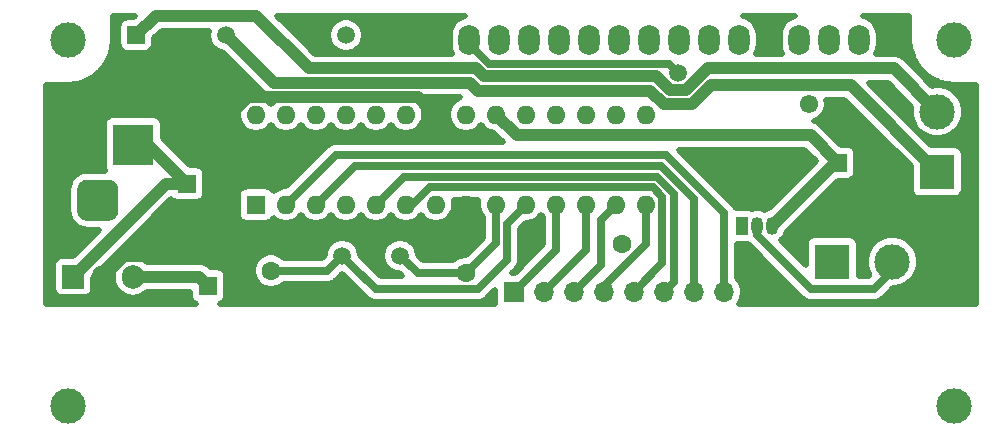
<source format=gbr>
%TF.GenerationSoftware,KiCad,Pcbnew,(5.1.9)-1*%
%TF.CreationDate,2021-03-27T12:54:39-03:00*%
%TF.ProjectId,layout3,6c61796f-7574-4332-9e6b-696361645f70,rev?*%
%TF.SameCoordinates,Original*%
%TF.FileFunction,Copper,L2,Bot*%
%TF.FilePolarity,Positive*%
%FSLAX46Y46*%
G04 Gerber Fmt 4.6, Leading zero omitted, Abs format (unit mm)*
G04 Created by KiCad (PCBNEW (5.1.9)-1) date 2021-03-27 12:54:39*
%MOMM*%
%LPD*%
G01*
G04 APERTURE LIST*
%TA.AperFunction,ComponentPad*%
%ADD10R,3.500000X3.500000*%
%TD*%
%TA.AperFunction,ComponentPad*%
%ADD11R,1.508000X1.508000*%
%TD*%
%TA.AperFunction,ComponentPad*%
%ADD12C,1.508000*%
%TD*%
%TA.AperFunction,ComponentPad*%
%ADD13C,1.600000*%
%TD*%
%TA.AperFunction,ComponentPad*%
%ADD14R,1.600000X1.600000*%
%TD*%
%TA.AperFunction,ComponentPad*%
%ADD15O,1.600000X1.600000*%
%TD*%
%TA.AperFunction,ComponentPad*%
%ADD16R,1.800000X2.600000*%
%TD*%
%TA.AperFunction,ComponentPad*%
%ADD17O,1.800000X2.600000*%
%TD*%
%TA.AperFunction,ComponentPad*%
%ADD18C,3.000000*%
%TD*%
%TA.AperFunction,ComponentPad*%
%ADD19O,1.050000X1.500000*%
%TD*%
%TA.AperFunction,ComponentPad*%
%ADD20R,1.050000X1.500000*%
%TD*%
%TA.AperFunction,ComponentPad*%
%ADD21O,1.700000X1.700000*%
%TD*%
%TA.AperFunction,ComponentPad*%
%ADD22R,1.700000X1.700000*%
%TD*%
%TA.AperFunction,ComponentPad*%
%ADD23R,3.000000X3.000000*%
%TD*%
%TA.AperFunction,ComponentPad*%
%ADD24R,1.905000X2.000000*%
%TD*%
%TA.AperFunction,ComponentPad*%
%ADD25O,1.905000X2.000000*%
%TD*%
%TA.AperFunction,ComponentPad*%
%ADD26C,1.500000*%
%TD*%
%TA.AperFunction,ComponentPad*%
%ADD27C,1.550000*%
%TD*%
%TA.AperFunction,ComponentPad*%
%ADD28R,1.550000X1.550000*%
%TD*%
%TA.AperFunction,ViaPad*%
%ADD29C,1.500000*%
%TD*%
%TA.AperFunction,Conductor*%
%ADD30C,0.700000*%
%TD*%
%TA.AperFunction,Conductor*%
%ADD31C,1.000000*%
%TD*%
%TA.AperFunction,Conductor*%
%ADD32C,0.500000*%
%TD*%
G04 APERTURE END LIST*
D10*
%TO.P,J1,1*%
%TO.N,vcc_12v*%
X83058000Y-75184000D03*
%TO.P,J1,2*%
%TO.N,GND*%
%TA.AperFunction,ComponentPad*%
G36*
G01*
X75558000Y-76184000D02*
X75558000Y-74184000D01*
G75*
G02*
X76308000Y-73434000I750000J0D01*
G01*
X77808000Y-73434000D01*
G75*
G02*
X78558000Y-74184000I0J-750000D01*
G01*
X78558000Y-76184000D01*
G75*
G02*
X77808000Y-76934000I-750000J0D01*
G01*
X76308000Y-76934000D01*
G75*
G02*
X75558000Y-76184000I0J750000D01*
G01*
G37*
%TD.AperFunction*%
%TO.P,J1,3*%
%TO.N,N/C*%
%TA.AperFunction,ComponentPad*%
G36*
G01*
X78308000Y-80759000D02*
X78308000Y-79009000D01*
G75*
G02*
X79183000Y-78134000I875000J0D01*
G01*
X80933000Y-78134000D01*
G75*
G02*
X81808000Y-79009000I0J-875000D01*
G01*
X81808000Y-80759000D01*
G75*
G02*
X80933000Y-81634000I-875000J0D01*
G01*
X79183000Y-81634000D01*
G75*
G02*
X78308000Y-80759000I0J875000D01*
G01*
G37*
%TD.AperFunction*%
%TD*%
D11*
%TO.P,K1,1*%
%TO.N,Net-(J3-Pad2)*%
X83312000Y-65910000D03*
D12*
%TO.P,K1,2*%
%TO.N,Net-(J3-Pad1)*%
X90932000Y-65910000D03*
%TO.P,K1,3*%
%TO.N,Pino_13*%
X101092000Y-65910000D03*
%TO.P,K1,4*%
%TO.N,GND*%
X103632000Y-65910000D03*
%TD*%
D13*
%TO.P,C4,2*%
%TO.N,GND*%
X89408000Y-84622000D03*
D14*
%TO.P,C4,1*%
%TO.N,vcc*%
X89408000Y-87122000D03*
%TD*%
D13*
%TO.P,R1,1*%
%TO.N,Pino_2_int*%
X124460000Y-83566000D03*
D15*
%TO.P,R1,2*%
%TO.N,GND*%
X116840000Y-83566000D03*
%TD*%
D16*
%TO.P,DS1,1*%
%TO.N,GND*%
X147066000Y-66294000D03*
D17*
%TO.P,DS1,2*%
%TO.N,vcc*%
X144526000Y-66294000D03*
%TO.P,DS1,3*%
%TO.N,Net-(DS1-Pad3)*%
X141986000Y-66294000D03*
%TO.P,DS1,4*%
%TO.N,Pino_12*%
X139446000Y-66294000D03*
%TO.P,DS1,5*%
%TO.N,GND*%
X136906000Y-66294000D03*
%TO.P,DS1,6*%
%TO.N,Pino_11*%
X134366000Y-66294000D03*
%TO.P,DS1,7*%
%TO.N,Net-(DS1-Pad7)*%
X131826000Y-66294000D03*
%TO.P,DS1,8*%
%TO.N,Net-(DS1-Pad8)*%
X129286000Y-66294000D03*
%TO.P,DS1,9*%
%TO.N,Net-(DS1-Pad9)*%
X126746000Y-66294000D03*
%TO.P,DS1,10*%
%TO.N,Net-(DS1-Pad10)*%
X124206000Y-66294000D03*
%TO.P,DS1,11*%
%TO.N,Pino_16_A2*%
X121666000Y-66294000D03*
%TO.P,DS1,12*%
%TO.N,Pino_17_A3*%
X119126000Y-66294000D03*
%TO.P,DS1,13*%
%TO.N,Pino_18_A4*%
X116586000Y-66294000D03*
%TO.P,DS1,14*%
%TO.N,Pino_19_A5*%
X114046000Y-66294000D03*
%TO.P,DS1,15*%
%TO.N,LCD_A*%
X111506000Y-66294000D03*
%TO.P,DS1,16*%
%TO.N,GND*%
X108966000Y-66294000D03*
D18*
%TO.P,DS1,*%
%TO.N,*%
X152565100Y-66294000D03*
X152565100Y-97294700D03*
X77566520Y-97294700D03*
X77566000Y-66294000D03*
%TD*%
D19*
%TO.P,Q1,2*%
%TO.N,Net-(J4-Pad2)*%
X135890000Y-82042000D03*
%TO.P,Q1,3*%
%TO.N,vcc*%
X137160000Y-82042000D03*
D20*
%TO.P,Q1,1*%
%TO.N,Pino_2_int*%
X134620000Y-82042000D03*
%TD*%
D21*
%TO.P,J2,8*%
%TO.N,Pino_3*%
X133096000Y-87630000D03*
%TO.P,J2,7*%
%TO.N,Pino_4*%
X130556000Y-87630000D03*
%TO.P,J2,6*%
%TO.N,Pino_5*%
X128016000Y-87630000D03*
%TO.P,J2,5*%
%TO.N,Pino_6*%
X125476000Y-87630000D03*
%TO.P,J2,4*%
%TO.N,Pino_7*%
X122936000Y-87630000D03*
%TO.P,J2,3*%
%TO.N,Pino_8*%
X120396000Y-87630000D03*
%TO.P,J2,2*%
%TO.N,Pino_9*%
X117856000Y-87630000D03*
D22*
%TO.P,J2,1*%
%TO.N,Pino_10*%
X115316000Y-87630000D03*
%TD*%
D23*
%TO.P,J3,1*%
%TO.N,Net-(J3-Pad1)*%
X151130000Y-77470000D03*
D18*
%TO.P,J3,2*%
%TO.N,Net-(J3-Pad2)*%
X151130000Y-72390000D03*
%TD*%
D23*
%TO.P,J4,1*%
%TO.N,vcc_12v*%
X142240000Y-85090000D03*
D18*
%TO.P,J4,2*%
%TO.N,Net-(J4-Pad2)*%
X147320000Y-85090000D03*
%TO.P,J4,3*%
%TO.N,GND*%
X152400000Y-85090000D03*
%TD*%
D24*
%TO.P,U2,1*%
%TO.N,vcc_12v*%
X77978000Y-86360000D03*
D25*
%TO.P,U2,2*%
%TO.N,GND*%
X80518000Y-86360000D03*
%TO.P,U2,3*%
%TO.N,vcc*%
X83058000Y-86360000D03*
%TD*%
D26*
%TO.P,Y1,2*%
%TO.N,Net-(C2-Pad2)*%
X100764000Y-84582000D03*
%TO.P,Y1,1*%
%TO.N,Net-(C1-Pad2)*%
X105664000Y-84582000D03*
%TD*%
D13*
%TO.P,C1,1*%
%TO.N,GND*%
X111252000Y-83566000D03*
%TO.P,C1,2*%
%TO.N,Net-(C1-Pad2)*%
X111252000Y-86066000D03*
%TD*%
%TO.P,C2,2*%
%TO.N,Net-(C2-Pad2)*%
X94742000Y-85852000D03*
%TO.P,C2,1*%
%TO.N,GND*%
X94742000Y-83352000D03*
%TD*%
D14*
%TO.P,C3,1*%
%TO.N,vcc_12v*%
X87630000Y-78486000D03*
D13*
%TO.P,C3,2*%
%TO.N,GND*%
X87630000Y-80986000D03*
%TD*%
D15*
%TO.P,U1,28*%
%TO.N,Pino_19_A5*%
X93472000Y-72644000D03*
%TO.P,U1,14*%
%TO.N,Pino_7*%
X126492000Y-80264000D03*
%TO.P,U1,27*%
%TO.N,Pino_18_A4*%
X96012000Y-72644000D03*
%TO.P,U1,13*%
%TO.N,Pino_8*%
X123952000Y-80264000D03*
%TO.P,U1,26*%
%TO.N,Pino_17_A3*%
X98552000Y-72644000D03*
%TO.P,U1,12*%
%TO.N,Pino_9*%
X121412000Y-80264000D03*
%TO.P,U1,25*%
%TO.N,Pino_16_A2*%
X101092000Y-72644000D03*
%TO.P,U1,11*%
%TO.N,Pino_10*%
X118872000Y-80264000D03*
%TO.P,U1,24*%
%TO.N,Net-(U1-Pad24)*%
X103632000Y-72644000D03*
%TO.P,U1,10*%
%TO.N,Net-(C2-Pad2)*%
X116332000Y-80264000D03*
%TO.P,U1,23*%
%TO.N,Net-(U1-Pad23)*%
X106172000Y-72644000D03*
%TO.P,U1,9*%
%TO.N,Net-(C1-Pad2)*%
X113792000Y-80264000D03*
%TO.P,U1,22*%
%TO.N,GND*%
X108712000Y-72644000D03*
%TO.P,U1,8*%
X111252000Y-80264000D03*
%TO.P,U1,21*%
%TO.N,Net-(U1-Pad21)*%
X111252000Y-72644000D03*
%TO.P,U1,7*%
%TO.N,vcc*%
X108712000Y-80264000D03*
%TO.P,U1,20*%
X113792000Y-72644000D03*
%TO.P,U1,6*%
%TO.N,Pino_6*%
X106172000Y-80264000D03*
%TO.P,U1,19*%
%TO.N,Pino_13*%
X116332000Y-72644000D03*
%TO.P,U1,5*%
%TO.N,Pino_5*%
X103632000Y-80264000D03*
%TO.P,U1,18*%
%TO.N,Pino_12*%
X118872000Y-72644000D03*
%TO.P,U1,4*%
%TO.N,Pino_2_int*%
X101092000Y-80264000D03*
%TO.P,U1,17*%
%TO.N,Pino_11*%
X121412000Y-72644000D03*
%TO.P,U1,3*%
%TO.N,Pino_4*%
X98552000Y-80264000D03*
%TO.P,U1,16*%
%TO.N,LCD_A*%
X123952000Y-72644000D03*
%TO.P,U1,2*%
%TO.N,Pino_3*%
X96012000Y-80264000D03*
%TO.P,U1,15*%
%TO.N,Net-(U1-Pad15)*%
X126492000Y-72644000D03*
D14*
%TO.P,U1,1*%
%TO.N,vcc*%
X93472000Y-80264000D03*
%TD*%
D27*
%TO.P,RV1,3*%
%TO.N,GND*%
X137748000Y-76708000D03*
D28*
%TO.P,RV1,1*%
%TO.N,vcc*%
X142748000Y-76708000D03*
D27*
%TO.P,RV1,2*%
%TO.N,Net-(DS1-Pad3)*%
X140248000Y-71708000D03*
%TD*%
D29*
%TO.N,LCD_A*%
X129184400Y-69088000D03*
%TD*%
D30*
%TO.N,Pino_2_int*%
X124565990Y-83820000D02*
X124565990Y-83566000D01*
%TO.N,Net-(C1-Pad2)*%
X113792000Y-80264000D02*
X113792000Y-83526000D01*
X113792000Y-83526000D02*
X111252000Y-86066000D01*
X107148000Y-86066000D02*
X105664000Y-84582000D01*
X111252000Y-86066000D02*
X107148000Y-86066000D01*
%TO.N,Net-(C2-Pad2)*%
X112217999Y-87426001D02*
X103608001Y-87426001D01*
X114702011Y-81893989D02*
X114702011Y-84941989D01*
X116332000Y-80264000D02*
X114702011Y-81893989D01*
X114702011Y-84941989D02*
X112217999Y-87426001D01*
X103608001Y-87426001D02*
X101513999Y-85331999D01*
X101513999Y-85331999D02*
X100764000Y-84582000D01*
X99494000Y-85852000D02*
X100764000Y-84582000D01*
X94742000Y-85852000D02*
X99494000Y-85852000D01*
D31*
%TO.N,vcc_12v*%
X79248000Y-85090000D02*
X77978000Y-86360000D01*
X83820000Y-74676000D02*
X87630000Y-78486000D01*
X83058000Y-74676000D02*
X83820000Y-74676000D01*
X85852000Y-78486000D02*
X79248000Y-85090000D01*
X87630000Y-78486000D02*
X85852000Y-78486000D01*
%TO.N,vcc*%
X88646000Y-86360000D02*
X89408000Y-87122000D01*
X83058000Y-86360000D02*
X88646000Y-86360000D01*
X142494000Y-76708000D02*
X137160000Y-82042000D01*
X142748000Y-76708000D02*
X142494000Y-76708000D01*
X144526000Y-66802000D02*
X144526000Y-65903103D01*
X142748000Y-76708000D02*
X140411200Y-74371200D01*
X115519200Y-74371200D02*
X113792000Y-72644000D01*
X140411200Y-74371200D02*
X115519200Y-74371200D01*
D30*
%TO.N,Pino_10*%
X118872000Y-84074000D02*
X115316000Y-87630000D01*
X118872000Y-80264000D02*
X118872000Y-84074000D01*
%TO.N,Pino_9*%
X121412000Y-84074000D02*
X117856000Y-87630000D01*
X121412000Y-80264000D02*
X121412000Y-84074000D01*
%TO.N,Pino_8*%
X122682000Y-85344000D02*
X120396000Y-87630000D01*
X122682000Y-81534000D02*
X122682000Y-85344000D01*
X123952000Y-80264000D02*
X122682000Y-81534000D01*
%TO.N,Pino_7*%
X122936000Y-87102802D02*
X122936000Y-87630000D01*
X126492000Y-83546802D02*
X122936000Y-87102802D01*
X126492000Y-80264000D02*
X126492000Y-83546802D01*
%TO.N,Pino_6*%
X106699198Y-80264000D02*
X106172000Y-80264000D01*
X108172398Y-78790800D02*
X106699198Y-80264000D01*
X127031604Y-78790800D02*
X108172398Y-78790800D01*
X127872380Y-79631576D02*
X127031604Y-78790800D01*
X127872380Y-85233620D02*
X127872380Y-79631576D01*
X125476000Y-87630000D02*
X127872380Y-85233620D01*
%TO.N,Pino_5*%
X128865999Y-79338246D02*
X127408542Y-77880789D01*
X106015211Y-77880789D02*
X103632000Y-80264000D01*
X128016000Y-87630000D02*
X128865999Y-86780001D01*
X127408542Y-77880789D02*
X106015211Y-77880789D01*
X128865999Y-86780001D02*
X128865999Y-79338246D01*
%TO.N,Pino_4*%
X101845222Y-76970778D02*
X98552000Y-80264000D01*
X127785480Y-76970778D02*
X101845222Y-76970778D01*
X130556000Y-79741301D02*
X127785480Y-76970778D01*
X130556000Y-87630000D02*
X130556000Y-79741301D01*
%TO.N,Pino_3*%
X133096000Y-80994349D02*
X128162418Y-76060767D01*
X133096000Y-87630000D02*
X133096000Y-80994349D01*
X100215233Y-76060767D02*
X96012000Y-80264000D01*
X128162418Y-76060767D02*
X100215233Y-76060767D01*
D31*
%TO.N,Net-(J3-Pad1)*%
X94945988Y-69923988D02*
X90932000Y-65910000D01*
X112254129Y-70608023D02*
X111570094Y-69923988D01*
X126832408Y-70608023D02*
X112254129Y-70608023D01*
X127982397Y-71758012D02*
X126832408Y-70608023D01*
X151130000Y-77470000D02*
X143797603Y-70137603D01*
X130386403Y-71758012D02*
X127982397Y-71758012D01*
X132006812Y-70137603D02*
X130386403Y-71758012D01*
X111570094Y-69923988D02*
X94945988Y-69923988D01*
X143797603Y-70137603D02*
X132006812Y-70137603D01*
%TO.N,Net-(J3-Pad2)*%
X112071297Y-68713977D02*
X97923977Y-68713977D01*
X93472000Y-64262000D02*
X84960000Y-64262000D01*
X84960000Y-64262000D02*
X83312000Y-65910000D01*
X151130000Y-72390000D02*
X147453977Y-68713977D01*
X147453977Y-68713977D02*
X131719225Y-68713977D01*
X129885201Y-70548001D02*
X128483599Y-70548001D01*
X131719225Y-68713977D02*
X129885201Y-70548001D01*
X127333610Y-69398012D02*
X112755331Y-69398012D01*
X97923977Y-68713977D02*
X93472000Y-64262000D01*
X112755331Y-69398012D02*
X112071297Y-68713977D01*
X128483599Y-70548001D02*
X127333610Y-69398012D01*
D30*
%TO.N,Net-(J4-Pad2)*%
X135890000Y-82804000D02*
X135890000Y-82042000D01*
X140462000Y-87376000D02*
X135890000Y-82804000D01*
X145796000Y-87376000D02*
X140462000Y-87376000D01*
X147320000Y-85852000D02*
X145796000Y-87376000D01*
D31*
%TO.N,GND*%
X111252000Y-80264000D02*
X111506000Y-80264000D01*
X87510000Y-84622000D02*
X89408000Y-84622000D01*
X82256000Y-84622000D02*
X89408000Y-84622000D01*
X80518000Y-86360000D02*
X82256000Y-84622000D01*
X87630000Y-82844000D02*
X89408000Y-84622000D01*
X87630000Y-80986000D02*
X87630000Y-82844000D01*
X111252000Y-80264000D02*
X111252000Y-83566000D01*
X93472000Y-84622000D02*
X94742000Y-83352000D01*
X89408000Y-84622000D02*
X93472000Y-84622000D01*
X103762000Y-66040000D02*
X103632000Y-65910000D01*
X95290000Y-82804000D02*
X94742000Y-83352000D01*
X110490000Y-82804000D02*
X95290000Y-82804000D01*
X111252000Y-83566000D02*
X110490000Y-82804000D01*
X88761370Y-80986000D02*
X89763600Y-79983770D01*
X89763600Y-79983770D02*
X89763600Y-74117598D01*
X107201999Y-71133999D02*
X108712000Y-72644000D01*
X89763600Y-74117598D02*
X92747199Y-71133999D01*
X92747199Y-71133999D02*
X107201999Y-71133999D01*
X88761370Y-80986000D02*
X87630000Y-80986000D01*
D30*
%TO.N,LCD_A*%
X128434401Y-68338001D02*
X129184400Y-69088000D01*
X113194401Y-68338001D02*
X128434401Y-68338001D01*
X111506000Y-66294000D02*
X111506000Y-66649600D01*
X111506000Y-66649600D02*
X113194401Y-68338001D01*
%TD*%
D32*
%TO.N,GND*%
X148780200Y-66332064D02*
X148783596Y-66366550D01*
X148783464Y-66385520D01*
X148784520Y-66396289D01*
X148846701Y-66987897D01*
X148860828Y-67056719D01*
X148873987Y-67125700D01*
X148877114Y-67136059D01*
X149053020Y-67704321D01*
X149080246Y-67769090D01*
X149106553Y-67834202D01*
X149111633Y-67843757D01*
X149394565Y-68367029D01*
X149433845Y-68425263D01*
X149472306Y-68484038D01*
X149479145Y-68492424D01*
X149858327Y-68950776D01*
X149908184Y-69000285D01*
X149957315Y-69050456D01*
X149965653Y-69057354D01*
X150426640Y-69433326D01*
X150485156Y-69472204D01*
X150543104Y-69511881D01*
X150552622Y-69517028D01*
X151077856Y-69796300D01*
X151142821Y-69823076D01*
X151207360Y-69850738D01*
X151217698Y-69853939D01*
X151787175Y-70025874D01*
X151856099Y-70039521D01*
X151924785Y-70054121D01*
X151935547Y-70055252D01*
X152527573Y-70113301D01*
X152527577Y-70113301D01*
X152565135Y-70117000D01*
X154419000Y-70117000D01*
X154419001Y-88633000D01*
X134350121Y-88633000D01*
X134513902Y-88387884D01*
X134634513Y-88096703D01*
X134696000Y-87787586D01*
X134696000Y-87472414D01*
X134634513Y-87163297D01*
X134513902Y-86872116D01*
X134338801Y-86610059D01*
X134196000Y-86467258D01*
X134196000Y-83545628D01*
X135075630Y-83545628D01*
X135108419Y-83585581D01*
X135150399Y-83620033D01*
X139645971Y-88115606D01*
X139680419Y-88157581D01*
X139847916Y-88295042D01*
X140039012Y-88397184D01*
X140246362Y-88460084D01*
X140407964Y-88476000D01*
X140407965Y-88476000D01*
X140461999Y-88481322D01*
X140516033Y-88476000D01*
X145741966Y-88476000D01*
X145796000Y-88481322D01*
X145850034Y-88476000D01*
X145850036Y-88476000D01*
X146011638Y-88460084D01*
X146218988Y-88397184D01*
X146410084Y-88295042D01*
X146577581Y-88157581D01*
X146612033Y-88115601D01*
X147387635Y-87340000D01*
X147541606Y-87340000D01*
X147976301Y-87253534D01*
X148385775Y-87083924D01*
X148754292Y-86837689D01*
X149067689Y-86524292D01*
X149313924Y-86155775D01*
X149483534Y-85746301D01*
X149570000Y-85311606D01*
X149570000Y-84868394D01*
X149483534Y-84433699D01*
X149313924Y-84024225D01*
X149067689Y-83655708D01*
X148754292Y-83342311D01*
X148385775Y-83096076D01*
X147976301Y-82926466D01*
X147541606Y-82840000D01*
X147098394Y-82840000D01*
X146663699Y-82926466D01*
X146254225Y-83096076D01*
X145885708Y-83342311D01*
X145572311Y-83655708D01*
X145326076Y-84024225D01*
X145156466Y-84433699D01*
X145070000Y-84868394D01*
X145070000Y-85311606D01*
X145156466Y-85746301D01*
X145326076Y-86155775D01*
X145379955Y-86236411D01*
X145340366Y-86276000D01*
X144493628Y-86276000D01*
X144493628Y-83590000D01*
X144479147Y-83442974D01*
X144436261Y-83301599D01*
X144366619Y-83171307D01*
X144272895Y-83057105D01*
X144158693Y-82963381D01*
X144028401Y-82893739D01*
X143887026Y-82850853D01*
X143740000Y-82836372D01*
X140740000Y-82836372D01*
X140592974Y-82850853D01*
X140451599Y-82893739D01*
X140321307Y-82963381D01*
X140207105Y-83057105D01*
X140113381Y-83171307D01*
X140043739Y-83301599D01*
X140000853Y-83442974D01*
X139986372Y-83590000D01*
X139986372Y-85344737D01*
X137927862Y-83286227D01*
X138065923Y-83172923D01*
X138225253Y-82978779D01*
X138343646Y-82757281D01*
X138400758Y-82569008D01*
X142733139Y-78236628D01*
X143523000Y-78236628D01*
X143670026Y-78222147D01*
X143811401Y-78179261D01*
X143941693Y-78109619D01*
X144055895Y-78015895D01*
X144149619Y-77901693D01*
X144219261Y-77771401D01*
X144262147Y-77630026D01*
X144276628Y-77483000D01*
X144276628Y-75933000D01*
X144262147Y-75785974D01*
X144219261Y-75644599D01*
X144149619Y-75514307D01*
X144055895Y-75400105D01*
X143941693Y-75306381D01*
X143811401Y-75236739D01*
X143670026Y-75193853D01*
X143523000Y-75179372D01*
X142987139Y-75179372D01*
X141338509Y-73530743D01*
X141299360Y-73483040D01*
X141109023Y-73326834D01*
X140891869Y-73210763D01*
X140726288Y-73160535D01*
X140970358Y-73059438D01*
X141220131Y-72892545D01*
X141432545Y-72680131D01*
X141599438Y-72430358D01*
X141714395Y-72152826D01*
X141773000Y-71858199D01*
X141773000Y-71557801D01*
X141739145Y-71387603D01*
X143279837Y-71387603D01*
X148876372Y-76984139D01*
X148876372Y-78970000D01*
X148890853Y-79117026D01*
X148933739Y-79258401D01*
X149003381Y-79388693D01*
X149097105Y-79502895D01*
X149211307Y-79596619D01*
X149341599Y-79666261D01*
X149482974Y-79709147D01*
X149630000Y-79723628D01*
X152630000Y-79723628D01*
X152777026Y-79709147D01*
X152918401Y-79666261D01*
X153048693Y-79596619D01*
X153162895Y-79502895D01*
X153256619Y-79388693D01*
X153326261Y-79258401D01*
X153369147Y-79117026D01*
X153383628Y-78970000D01*
X153383628Y-75970000D01*
X153369147Y-75822974D01*
X153326261Y-75681599D01*
X153256619Y-75551307D01*
X153162895Y-75437105D01*
X153048693Y-75343381D01*
X152918401Y-75273739D01*
X152777026Y-75230853D01*
X152630000Y-75216372D01*
X150644139Y-75216372D01*
X145391743Y-69963977D01*
X146936211Y-69963977D01*
X148923241Y-71951007D01*
X148880000Y-72168394D01*
X148880000Y-72611606D01*
X148966466Y-73046301D01*
X149136076Y-73455775D01*
X149382311Y-73824292D01*
X149695708Y-74137689D01*
X150064225Y-74383924D01*
X150473699Y-74553534D01*
X150908394Y-74640000D01*
X151351606Y-74640000D01*
X151786301Y-74553534D01*
X152195775Y-74383924D01*
X152564292Y-74137689D01*
X152877689Y-73824292D01*
X153123924Y-73455775D01*
X153293534Y-73046301D01*
X153380000Y-72611606D01*
X153380000Y-72168394D01*
X153293534Y-71733699D01*
X153123924Y-71324225D01*
X152877689Y-70955708D01*
X152564292Y-70642311D01*
X152195775Y-70396076D01*
X151786301Y-70226466D01*
X151351606Y-70140000D01*
X150908394Y-70140000D01*
X150691007Y-70183241D01*
X148381286Y-67873520D01*
X148342137Y-67825817D01*
X148151800Y-67669611D01*
X147934646Y-67553540D01*
X147699020Y-67482064D01*
X147515382Y-67463977D01*
X147515375Y-67463977D01*
X147453977Y-67457930D01*
X147392579Y-67463977D01*
X145985353Y-67463977D01*
X146057777Y-67328483D01*
X146152125Y-67017456D01*
X146176000Y-66775052D01*
X146176000Y-65812949D01*
X146152125Y-65570544D01*
X146057777Y-65259517D01*
X145904562Y-64972874D01*
X145698371Y-64721629D01*
X145447126Y-64515438D01*
X145160483Y-64362223D01*
X144872944Y-64275000D01*
X148780201Y-64275000D01*
X148780200Y-66332064D01*
%TA.AperFunction,Conductor*%
G36*
X148780200Y-66332064D02*
G01*
X148783596Y-66366550D01*
X148783464Y-66385520D01*
X148784520Y-66396289D01*
X148846701Y-66987897D01*
X148860828Y-67056719D01*
X148873987Y-67125700D01*
X148877114Y-67136059D01*
X149053020Y-67704321D01*
X149080246Y-67769090D01*
X149106553Y-67834202D01*
X149111633Y-67843757D01*
X149394565Y-68367029D01*
X149433845Y-68425263D01*
X149472306Y-68484038D01*
X149479145Y-68492424D01*
X149858327Y-68950776D01*
X149908184Y-69000285D01*
X149957315Y-69050456D01*
X149965653Y-69057354D01*
X150426640Y-69433326D01*
X150485156Y-69472204D01*
X150543104Y-69511881D01*
X150552622Y-69517028D01*
X151077856Y-69796300D01*
X151142821Y-69823076D01*
X151207360Y-69850738D01*
X151217698Y-69853939D01*
X151787175Y-70025874D01*
X151856099Y-70039521D01*
X151924785Y-70054121D01*
X151935547Y-70055252D01*
X152527573Y-70113301D01*
X152527577Y-70113301D01*
X152565135Y-70117000D01*
X154419000Y-70117000D01*
X154419001Y-88633000D01*
X134350121Y-88633000D01*
X134513902Y-88387884D01*
X134634513Y-88096703D01*
X134696000Y-87787586D01*
X134696000Y-87472414D01*
X134634513Y-87163297D01*
X134513902Y-86872116D01*
X134338801Y-86610059D01*
X134196000Y-86467258D01*
X134196000Y-83545628D01*
X135075630Y-83545628D01*
X135108419Y-83585581D01*
X135150399Y-83620033D01*
X139645971Y-88115606D01*
X139680419Y-88157581D01*
X139847916Y-88295042D01*
X140039012Y-88397184D01*
X140246362Y-88460084D01*
X140407964Y-88476000D01*
X140407965Y-88476000D01*
X140461999Y-88481322D01*
X140516033Y-88476000D01*
X145741966Y-88476000D01*
X145796000Y-88481322D01*
X145850034Y-88476000D01*
X145850036Y-88476000D01*
X146011638Y-88460084D01*
X146218988Y-88397184D01*
X146410084Y-88295042D01*
X146577581Y-88157581D01*
X146612033Y-88115601D01*
X147387635Y-87340000D01*
X147541606Y-87340000D01*
X147976301Y-87253534D01*
X148385775Y-87083924D01*
X148754292Y-86837689D01*
X149067689Y-86524292D01*
X149313924Y-86155775D01*
X149483534Y-85746301D01*
X149570000Y-85311606D01*
X149570000Y-84868394D01*
X149483534Y-84433699D01*
X149313924Y-84024225D01*
X149067689Y-83655708D01*
X148754292Y-83342311D01*
X148385775Y-83096076D01*
X147976301Y-82926466D01*
X147541606Y-82840000D01*
X147098394Y-82840000D01*
X146663699Y-82926466D01*
X146254225Y-83096076D01*
X145885708Y-83342311D01*
X145572311Y-83655708D01*
X145326076Y-84024225D01*
X145156466Y-84433699D01*
X145070000Y-84868394D01*
X145070000Y-85311606D01*
X145156466Y-85746301D01*
X145326076Y-86155775D01*
X145379955Y-86236411D01*
X145340366Y-86276000D01*
X144493628Y-86276000D01*
X144493628Y-83590000D01*
X144479147Y-83442974D01*
X144436261Y-83301599D01*
X144366619Y-83171307D01*
X144272895Y-83057105D01*
X144158693Y-82963381D01*
X144028401Y-82893739D01*
X143887026Y-82850853D01*
X143740000Y-82836372D01*
X140740000Y-82836372D01*
X140592974Y-82850853D01*
X140451599Y-82893739D01*
X140321307Y-82963381D01*
X140207105Y-83057105D01*
X140113381Y-83171307D01*
X140043739Y-83301599D01*
X140000853Y-83442974D01*
X139986372Y-83590000D01*
X139986372Y-85344737D01*
X137927862Y-83286227D01*
X138065923Y-83172923D01*
X138225253Y-82978779D01*
X138343646Y-82757281D01*
X138400758Y-82569008D01*
X142733139Y-78236628D01*
X143523000Y-78236628D01*
X143670026Y-78222147D01*
X143811401Y-78179261D01*
X143941693Y-78109619D01*
X144055895Y-78015895D01*
X144149619Y-77901693D01*
X144219261Y-77771401D01*
X144262147Y-77630026D01*
X144276628Y-77483000D01*
X144276628Y-75933000D01*
X144262147Y-75785974D01*
X144219261Y-75644599D01*
X144149619Y-75514307D01*
X144055895Y-75400105D01*
X143941693Y-75306381D01*
X143811401Y-75236739D01*
X143670026Y-75193853D01*
X143523000Y-75179372D01*
X142987139Y-75179372D01*
X141338509Y-73530743D01*
X141299360Y-73483040D01*
X141109023Y-73326834D01*
X140891869Y-73210763D01*
X140726288Y-73160535D01*
X140970358Y-73059438D01*
X141220131Y-72892545D01*
X141432545Y-72680131D01*
X141599438Y-72430358D01*
X141714395Y-72152826D01*
X141773000Y-71858199D01*
X141773000Y-71557801D01*
X141739145Y-71387603D01*
X143279837Y-71387603D01*
X148876372Y-76984139D01*
X148876372Y-78970000D01*
X148890853Y-79117026D01*
X148933739Y-79258401D01*
X149003381Y-79388693D01*
X149097105Y-79502895D01*
X149211307Y-79596619D01*
X149341599Y-79666261D01*
X149482974Y-79709147D01*
X149630000Y-79723628D01*
X152630000Y-79723628D01*
X152777026Y-79709147D01*
X152918401Y-79666261D01*
X153048693Y-79596619D01*
X153162895Y-79502895D01*
X153256619Y-79388693D01*
X153326261Y-79258401D01*
X153369147Y-79117026D01*
X153383628Y-78970000D01*
X153383628Y-75970000D01*
X153369147Y-75822974D01*
X153326261Y-75681599D01*
X153256619Y-75551307D01*
X153162895Y-75437105D01*
X153048693Y-75343381D01*
X152918401Y-75273739D01*
X152777026Y-75230853D01*
X152630000Y-75216372D01*
X150644139Y-75216372D01*
X145391743Y-69963977D01*
X146936211Y-69963977D01*
X148923241Y-71951007D01*
X148880000Y-72168394D01*
X148880000Y-72611606D01*
X148966466Y-73046301D01*
X149136076Y-73455775D01*
X149382311Y-73824292D01*
X149695708Y-74137689D01*
X150064225Y-74383924D01*
X150473699Y-74553534D01*
X150908394Y-74640000D01*
X151351606Y-74640000D01*
X151786301Y-74553534D01*
X152195775Y-74383924D01*
X152564292Y-74137689D01*
X152877689Y-73824292D01*
X153123924Y-73455775D01*
X153293534Y-73046301D01*
X153380000Y-72611606D01*
X153380000Y-72168394D01*
X153293534Y-71733699D01*
X153123924Y-71324225D01*
X152877689Y-70955708D01*
X152564292Y-70642311D01*
X152195775Y-70396076D01*
X151786301Y-70226466D01*
X151351606Y-70140000D01*
X150908394Y-70140000D01*
X150691007Y-70183241D01*
X148381286Y-67873520D01*
X148342137Y-67825817D01*
X148151800Y-67669611D01*
X147934646Y-67553540D01*
X147699020Y-67482064D01*
X147515382Y-67463977D01*
X147515375Y-67463977D01*
X147453977Y-67457930D01*
X147392579Y-67463977D01*
X145985353Y-67463977D01*
X146057777Y-67328483D01*
X146152125Y-67017456D01*
X146176000Y-66775052D01*
X146176000Y-65812949D01*
X146152125Y-65570544D01*
X146057777Y-65259517D01*
X145904562Y-64972874D01*
X145698371Y-64721629D01*
X145447126Y-64515438D01*
X145160483Y-64362223D01*
X144872944Y-64275000D01*
X148780201Y-64275000D01*
X148780200Y-66332064D01*
G37*
%TD.AperFunction*%
X83051862Y-64402372D02*
X82558000Y-64402372D01*
X82410974Y-64416853D01*
X82269599Y-64459739D01*
X82139307Y-64529381D01*
X82025105Y-64623105D01*
X81931381Y-64737307D01*
X81861739Y-64867599D01*
X81818853Y-65008974D01*
X81804372Y-65156000D01*
X81804372Y-66664000D01*
X81818853Y-66811026D01*
X81861739Y-66952401D01*
X81931381Y-67082693D01*
X82025105Y-67196895D01*
X82139307Y-67290619D01*
X82269599Y-67360261D01*
X82410974Y-67403147D01*
X82558000Y-67417628D01*
X84066000Y-67417628D01*
X84213026Y-67403147D01*
X84354401Y-67360261D01*
X84484693Y-67290619D01*
X84598895Y-67196895D01*
X84692619Y-67082693D01*
X84762261Y-66952401D01*
X84805147Y-66811026D01*
X84819628Y-66664000D01*
X84819628Y-66170138D01*
X85477767Y-65512000D01*
X89477702Y-65512000D01*
X89428000Y-65761869D01*
X89428000Y-66058131D01*
X89485798Y-66348701D01*
X89599173Y-66622411D01*
X89763767Y-66868744D01*
X89973256Y-67078233D01*
X90219589Y-67242827D01*
X90493299Y-67356202D01*
X90639521Y-67385287D01*
X94018684Y-70764451D01*
X94057828Y-70812148D01*
X94248165Y-70968354D01*
X94465319Y-71084425D01*
X94646104Y-71139265D01*
X94700944Y-71155901D01*
X94726526Y-71158421D01*
X94884583Y-71173988D01*
X94884589Y-71173988D01*
X94945987Y-71180035D01*
X95007385Y-71173988D01*
X95510577Y-71173988D01*
X95277800Y-71270408D01*
X95023932Y-71440036D01*
X94808036Y-71655932D01*
X94742000Y-71754763D01*
X94675964Y-71655932D01*
X94460068Y-71440036D01*
X94206200Y-71270408D01*
X93924118Y-71153565D01*
X93624662Y-71094000D01*
X93319338Y-71094000D01*
X93019882Y-71153565D01*
X92737800Y-71270408D01*
X92483932Y-71440036D01*
X92268036Y-71655932D01*
X92098408Y-71909800D01*
X91981565Y-72191882D01*
X91922000Y-72491338D01*
X91922000Y-72796662D01*
X91981565Y-73096118D01*
X92098408Y-73378200D01*
X92268036Y-73632068D01*
X92483932Y-73847964D01*
X92737800Y-74017592D01*
X93019882Y-74134435D01*
X93319338Y-74194000D01*
X93624662Y-74194000D01*
X93924118Y-74134435D01*
X94206200Y-74017592D01*
X94460068Y-73847964D01*
X94675964Y-73632068D01*
X94742000Y-73533237D01*
X94808036Y-73632068D01*
X95023932Y-73847964D01*
X95277800Y-74017592D01*
X95559882Y-74134435D01*
X95859338Y-74194000D01*
X96164662Y-74194000D01*
X96464118Y-74134435D01*
X96746200Y-74017592D01*
X97000068Y-73847964D01*
X97215964Y-73632068D01*
X97282000Y-73533237D01*
X97348036Y-73632068D01*
X97563932Y-73847964D01*
X97817800Y-74017592D01*
X98099882Y-74134435D01*
X98399338Y-74194000D01*
X98704662Y-74194000D01*
X99004118Y-74134435D01*
X99286200Y-74017592D01*
X99540068Y-73847964D01*
X99755964Y-73632068D01*
X99822000Y-73533237D01*
X99888036Y-73632068D01*
X100103932Y-73847964D01*
X100357800Y-74017592D01*
X100639882Y-74134435D01*
X100939338Y-74194000D01*
X101244662Y-74194000D01*
X101544118Y-74134435D01*
X101826200Y-74017592D01*
X102080068Y-73847964D01*
X102295964Y-73632068D01*
X102362000Y-73533237D01*
X102428036Y-73632068D01*
X102643932Y-73847964D01*
X102897800Y-74017592D01*
X103179882Y-74134435D01*
X103479338Y-74194000D01*
X103784662Y-74194000D01*
X104084118Y-74134435D01*
X104366200Y-74017592D01*
X104620068Y-73847964D01*
X104835964Y-73632068D01*
X104902000Y-73533237D01*
X104968036Y-73632068D01*
X105183932Y-73847964D01*
X105437800Y-74017592D01*
X105719882Y-74134435D01*
X106019338Y-74194000D01*
X106324662Y-74194000D01*
X106624118Y-74134435D01*
X106906200Y-74017592D01*
X107160068Y-73847964D01*
X107375964Y-73632068D01*
X107545592Y-73378200D01*
X107662435Y-73096118D01*
X107722000Y-72796662D01*
X107722000Y-72491338D01*
X107662435Y-72191882D01*
X107545592Y-71909800D01*
X107375964Y-71655932D01*
X107160068Y-71440036D01*
X106906200Y-71270408D01*
X106673423Y-71173988D01*
X110750577Y-71173988D01*
X110517800Y-71270408D01*
X110263932Y-71440036D01*
X110048036Y-71655932D01*
X109878408Y-71909800D01*
X109761565Y-72191882D01*
X109702000Y-72491338D01*
X109702000Y-72796662D01*
X109761565Y-73096118D01*
X109878408Y-73378200D01*
X110048036Y-73632068D01*
X110263932Y-73847964D01*
X110517800Y-74017592D01*
X110799882Y-74134435D01*
X111099338Y-74194000D01*
X111404662Y-74194000D01*
X111704118Y-74134435D01*
X111986200Y-74017592D01*
X112240068Y-73847964D01*
X112455964Y-73632068D01*
X112522000Y-73533237D01*
X112588036Y-73632068D01*
X112803932Y-73847964D01*
X113057800Y-74017592D01*
X113339882Y-74134435D01*
X113558068Y-74177835D01*
X114341000Y-74960767D01*
X100269266Y-74960767D01*
X100215232Y-74955445D01*
X100161198Y-74960767D01*
X100161197Y-74960767D01*
X99999595Y-74976683D01*
X99792245Y-75039583D01*
X99737168Y-75069022D01*
X99601148Y-75141725D01*
X99537631Y-75193853D01*
X99433652Y-75279186D01*
X99399204Y-75321161D01*
X96006366Y-78714000D01*
X95859338Y-78714000D01*
X95559882Y-78773565D01*
X95277800Y-78890408D01*
X95023932Y-79060036D01*
X94947399Y-79136569D01*
X94898619Y-79045307D01*
X94804895Y-78931105D01*
X94690693Y-78837381D01*
X94560401Y-78767739D01*
X94419026Y-78724853D01*
X94272000Y-78710372D01*
X92672000Y-78710372D01*
X92524974Y-78724853D01*
X92383599Y-78767739D01*
X92253307Y-78837381D01*
X92139105Y-78931105D01*
X92045381Y-79045307D01*
X91975739Y-79175599D01*
X91932853Y-79316974D01*
X91918372Y-79464000D01*
X91918372Y-81064000D01*
X91932853Y-81211026D01*
X91975739Y-81352401D01*
X92045381Y-81482693D01*
X92139105Y-81596895D01*
X92253307Y-81690619D01*
X92383599Y-81760261D01*
X92524974Y-81803147D01*
X92672000Y-81817628D01*
X94272000Y-81817628D01*
X94419026Y-81803147D01*
X94560401Y-81760261D01*
X94690693Y-81690619D01*
X94804895Y-81596895D01*
X94898619Y-81482693D01*
X94947399Y-81391431D01*
X95023932Y-81467964D01*
X95277800Y-81637592D01*
X95559882Y-81754435D01*
X95859338Y-81814000D01*
X96164662Y-81814000D01*
X96464118Y-81754435D01*
X96746200Y-81637592D01*
X97000068Y-81467964D01*
X97215964Y-81252068D01*
X97282000Y-81153237D01*
X97348036Y-81252068D01*
X97563932Y-81467964D01*
X97817800Y-81637592D01*
X98099882Y-81754435D01*
X98399338Y-81814000D01*
X98704662Y-81814000D01*
X99004118Y-81754435D01*
X99286200Y-81637592D01*
X99540068Y-81467964D01*
X99755964Y-81252068D01*
X99822000Y-81153237D01*
X99888036Y-81252068D01*
X100103932Y-81467964D01*
X100357800Y-81637592D01*
X100639882Y-81754435D01*
X100939338Y-81814000D01*
X101244662Y-81814000D01*
X101544118Y-81754435D01*
X101826200Y-81637592D01*
X102080068Y-81467964D01*
X102295964Y-81252068D01*
X102362000Y-81153237D01*
X102428036Y-81252068D01*
X102643932Y-81467964D01*
X102897800Y-81637592D01*
X103179882Y-81754435D01*
X103479338Y-81814000D01*
X103784662Y-81814000D01*
X104084118Y-81754435D01*
X104366200Y-81637592D01*
X104620068Y-81467964D01*
X104835964Y-81252068D01*
X104902000Y-81153237D01*
X104968036Y-81252068D01*
X105183932Y-81467964D01*
X105437800Y-81637592D01*
X105719882Y-81754435D01*
X106019338Y-81814000D01*
X106324662Y-81814000D01*
X106624118Y-81754435D01*
X106906200Y-81637592D01*
X107160068Y-81467964D01*
X107375964Y-81252068D01*
X107442000Y-81153237D01*
X107508036Y-81252068D01*
X107723932Y-81467964D01*
X107977800Y-81637592D01*
X108259882Y-81754435D01*
X108559338Y-81814000D01*
X108864662Y-81814000D01*
X109164118Y-81754435D01*
X109446200Y-81637592D01*
X109700068Y-81467964D01*
X109915964Y-81252068D01*
X110085592Y-80998200D01*
X110202435Y-80716118D01*
X110262000Y-80416662D01*
X110262000Y-80111338D01*
X110218133Y-79890800D01*
X112285867Y-79890800D01*
X112242000Y-80111338D01*
X112242000Y-80416662D01*
X112301565Y-80716118D01*
X112418408Y-80998200D01*
X112588036Y-81252068D01*
X112692000Y-81356032D01*
X112692001Y-83070364D01*
X111246366Y-84516000D01*
X111099338Y-84516000D01*
X110799882Y-84575565D01*
X110517800Y-84692408D01*
X110263932Y-84862036D01*
X110159968Y-84966000D01*
X107603635Y-84966000D01*
X107164000Y-84526366D01*
X107164000Y-84434263D01*
X107106356Y-84144466D01*
X106993283Y-83871483D01*
X106829126Y-83625806D01*
X106620194Y-83416874D01*
X106374517Y-83252717D01*
X106101534Y-83139644D01*
X105811737Y-83082000D01*
X105516263Y-83082000D01*
X105226466Y-83139644D01*
X104953483Y-83252717D01*
X104707806Y-83416874D01*
X104498874Y-83625806D01*
X104334717Y-83871483D01*
X104221644Y-84144466D01*
X104164000Y-84434263D01*
X104164000Y-84729737D01*
X104221644Y-85019534D01*
X104334717Y-85292517D01*
X104498874Y-85538194D01*
X104707806Y-85747126D01*
X104953483Y-85911283D01*
X105226466Y-86024356D01*
X105516263Y-86082000D01*
X105608366Y-86082000D01*
X105852366Y-86326001D01*
X104063636Y-86326001D01*
X102330029Y-84592395D01*
X102330025Y-84592390D01*
X102264000Y-84526365D01*
X102264000Y-84434263D01*
X102206356Y-84144466D01*
X102093283Y-83871483D01*
X101929126Y-83625806D01*
X101720194Y-83416874D01*
X101474517Y-83252717D01*
X101201534Y-83139644D01*
X100911737Y-83082000D01*
X100616263Y-83082000D01*
X100326466Y-83139644D01*
X100053483Y-83252717D01*
X99807806Y-83416874D01*
X99598874Y-83625806D01*
X99434717Y-83871483D01*
X99321644Y-84144466D01*
X99264000Y-84434263D01*
X99264000Y-84526366D01*
X99038366Y-84752000D01*
X95834032Y-84752000D01*
X95730068Y-84648036D01*
X95476200Y-84478408D01*
X95194118Y-84361565D01*
X94894662Y-84302000D01*
X94589338Y-84302000D01*
X94289882Y-84361565D01*
X94007800Y-84478408D01*
X93753932Y-84648036D01*
X93538036Y-84863932D01*
X93368408Y-85117800D01*
X93251565Y-85399882D01*
X93192000Y-85699338D01*
X93192000Y-86004662D01*
X93251565Y-86304118D01*
X93368408Y-86586200D01*
X93538036Y-86840068D01*
X93753932Y-87055964D01*
X94007800Y-87225592D01*
X94289882Y-87342435D01*
X94589338Y-87402000D01*
X94894662Y-87402000D01*
X95194118Y-87342435D01*
X95476200Y-87225592D01*
X95730068Y-87055964D01*
X95834032Y-86952000D01*
X99439966Y-86952000D01*
X99494000Y-86957322D01*
X99548034Y-86952000D01*
X99548036Y-86952000D01*
X99709638Y-86936084D01*
X99916988Y-86873184D01*
X100108084Y-86771042D01*
X100275581Y-86633581D01*
X100310033Y-86591601D01*
X100764000Y-86137635D01*
X100774390Y-86148025D01*
X100774395Y-86148029D01*
X102791972Y-88165607D01*
X102826420Y-88207582D01*
X102870898Y-88244084D01*
X102993916Y-88345043D01*
X103084056Y-88393223D01*
X103185013Y-88447185D01*
X103392363Y-88510085D01*
X103553965Y-88526001D01*
X103553966Y-88526001D01*
X103608000Y-88531323D01*
X103662034Y-88526001D01*
X112163965Y-88526001D01*
X112217999Y-88531323D01*
X112272033Y-88526001D01*
X112272035Y-88526001D01*
X112433637Y-88510085D01*
X112640987Y-88447185D01*
X112832083Y-88345043D01*
X112999580Y-88207582D01*
X113034032Y-88165602D01*
X113712372Y-87487262D01*
X113712372Y-88480000D01*
X113726853Y-88627026D01*
X113728665Y-88633000D01*
X90447813Y-88633000D01*
X90496401Y-88618261D01*
X90626693Y-88548619D01*
X90740895Y-88454895D01*
X90834619Y-88340693D01*
X90904261Y-88210401D01*
X90947147Y-88069026D01*
X90961628Y-87922000D01*
X90961628Y-86322000D01*
X90947147Y-86174974D01*
X90904261Y-86033599D01*
X90834619Y-85903307D01*
X90740895Y-85789105D01*
X90626693Y-85695381D01*
X90496401Y-85625739D01*
X90355026Y-85582853D01*
X90208000Y-85568372D01*
X89622138Y-85568372D01*
X89573309Y-85519543D01*
X89534160Y-85471840D01*
X89343823Y-85315634D01*
X89126669Y-85199563D01*
X88891043Y-85128087D01*
X88707405Y-85110000D01*
X88707398Y-85110000D01*
X88646000Y-85103953D01*
X88584602Y-85110000D01*
X84273562Y-85110000D01*
X84267674Y-85102826D01*
X84008434Y-84890074D01*
X83712670Y-84731985D01*
X83391747Y-84634634D01*
X83058000Y-84601763D01*
X82724252Y-84634634D01*
X82403329Y-84731985D01*
X82107565Y-84890074D01*
X81848326Y-85102826D01*
X81635574Y-85362066D01*
X81477485Y-85657830D01*
X81380134Y-85978753D01*
X81355500Y-86228869D01*
X81355500Y-86491132D01*
X81380134Y-86741248D01*
X81477485Y-87062171D01*
X81635574Y-87357935D01*
X81848326Y-87617174D01*
X82107566Y-87829926D01*
X82403330Y-87988015D01*
X82724253Y-88085366D01*
X83058000Y-88118237D01*
X83391748Y-88085366D01*
X83712671Y-87988015D01*
X84008435Y-87829926D01*
X84267674Y-87617174D01*
X84273562Y-87610000D01*
X87854372Y-87610000D01*
X87854372Y-87922000D01*
X87868853Y-88069026D01*
X87911739Y-88210401D01*
X87981381Y-88340693D01*
X88075105Y-88454895D01*
X88189307Y-88548619D01*
X88319599Y-88618261D01*
X88368187Y-88633000D01*
X75705000Y-88633000D01*
X75705000Y-85360000D01*
X76271872Y-85360000D01*
X76271872Y-87360000D01*
X76286353Y-87507026D01*
X76329239Y-87648401D01*
X76398881Y-87778693D01*
X76492605Y-87892895D01*
X76606807Y-87986619D01*
X76737099Y-88056261D01*
X76878474Y-88099147D01*
X77025500Y-88113628D01*
X78930500Y-88113628D01*
X79077526Y-88099147D01*
X79218901Y-88056261D01*
X79349193Y-87986619D01*
X79463395Y-87892895D01*
X79557119Y-87778693D01*
X79626761Y-87648401D01*
X79669647Y-87507026D01*
X79684128Y-87360000D01*
X79684128Y-86421639D01*
X80175303Y-85930464D01*
X80175308Y-85930458D01*
X86292492Y-79813275D01*
X86297105Y-79818895D01*
X86411307Y-79912619D01*
X86541599Y-79982261D01*
X86682974Y-80025147D01*
X86830000Y-80039628D01*
X88430000Y-80039628D01*
X88577026Y-80025147D01*
X88718401Y-79982261D01*
X88848693Y-79912619D01*
X88962895Y-79818895D01*
X89056619Y-79704693D01*
X89126261Y-79574401D01*
X89169147Y-79433026D01*
X89183628Y-79286000D01*
X89183628Y-77686000D01*
X89169147Y-77538974D01*
X89126261Y-77397599D01*
X89056619Y-77267307D01*
X88962895Y-77153105D01*
X88848693Y-77059381D01*
X88718401Y-76989739D01*
X88577026Y-76946853D01*
X88430000Y-76932372D01*
X87844139Y-76932372D01*
X85561628Y-74649862D01*
X85561628Y-73434000D01*
X85547147Y-73286974D01*
X85504261Y-73145599D01*
X85434619Y-73015307D01*
X85340895Y-72901105D01*
X85226693Y-72807381D01*
X85096401Y-72737739D01*
X84955026Y-72694853D01*
X84808000Y-72680372D01*
X81308000Y-72680372D01*
X81160974Y-72694853D01*
X81019599Y-72737739D01*
X80889307Y-72807381D01*
X80775105Y-72901105D01*
X80681381Y-73015307D01*
X80611739Y-73145599D01*
X80568853Y-73286974D01*
X80554372Y-73434000D01*
X80554372Y-76934000D01*
X80568853Y-77081026D01*
X80611739Y-77222401D01*
X80681381Y-77352693D01*
X80704097Y-77380372D01*
X79183000Y-77380372D01*
X78865270Y-77411666D01*
X78559751Y-77504344D01*
X78278183Y-77654845D01*
X78031386Y-77857386D01*
X77828845Y-78104183D01*
X77678344Y-78385751D01*
X77585666Y-78691270D01*
X77554372Y-79009000D01*
X77554372Y-80759000D01*
X77585666Y-81076730D01*
X77678344Y-81382249D01*
X77828845Y-81663817D01*
X78031386Y-81910614D01*
X78278183Y-82113155D01*
X78559751Y-82263656D01*
X78865270Y-82356334D01*
X79183000Y-82387628D01*
X80182606Y-82387628D01*
X78407542Y-84162692D01*
X78407536Y-84162697D01*
X77963861Y-84606372D01*
X77025500Y-84606372D01*
X76878474Y-84620853D01*
X76737099Y-84663739D01*
X76606807Y-84733381D01*
X76492605Y-84827105D01*
X76398881Y-84941307D01*
X76329239Y-85071599D01*
X76286353Y-85212974D01*
X76271872Y-85360000D01*
X75705000Y-85360000D01*
X75705000Y-70117000D01*
X77558865Y-70117000D01*
X77593351Y-70113604D01*
X77612320Y-70113736D01*
X77623089Y-70112680D01*
X78214697Y-70050499D01*
X78283519Y-70036372D01*
X78352500Y-70023213D01*
X78362859Y-70020086D01*
X78931121Y-69844180D01*
X78995890Y-69816954D01*
X79061002Y-69790647D01*
X79070557Y-69785567D01*
X79593829Y-69502635D01*
X79652063Y-69463355D01*
X79710838Y-69424894D01*
X79719224Y-69418055D01*
X80177576Y-69038873D01*
X80227085Y-68989016D01*
X80277256Y-68939885D01*
X80284154Y-68931547D01*
X80660126Y-68470560D01*
X80699004Y-68412044D01*
X80738681Y-68354096D01*
X80743828Y-68344578D01*
X81023100Y-67819344D01*
X81049876Y-67754379D01*
X81077538Y-67689840D01*
X81080739Y-67679502D01*
X81252674Y-67110025D01*
X81266321Y-67041101D01*
X81280921Y-66972415D01*
X81282052Y-66961653D01*
X81340101Y-66369627D01*
X81340101Y-66369623D01*
X81343800Y-66332065D01*
X81343800Y-64275000D01*
X83179234Y-64275000D01*
X83051862Y-64402372D01*
%TA.AperFunction,Conductor*%
G36*
X83051862Y-64402372D02*
G01*
X82558000Y-64402372D01*
X82410974Y-64416853D01*
X82269599Y-64459739D01*
X82139307Y-64529381D01*
X82025105Y-64623105D01*
X81931381Y-64737307D01*
X81861739Y-64867599D01*
X81818853Y-65008974D01*
X81804372Y-65156000D01*
X81804372Y-66664000D01*
X81818853Y-66811026D01*
X81861739Y-66952401D01*
X81931381Y-67082693D01*
X82025105Y-67196895D01*
X82139307Y-67290619D01*
X82269599Y-67360261D01*
X82410974Y-67403147D01*
X82558000Y-67417628D01*
X84066000Y-67417628D01*
X84213026Y-67403147D01*
X84354401Y-67360261D01*
X84484693Y-67290619D01*
X84598895Y-67196895D01*
X84692619Y-67082693D01*
X84762261Y-66952401D01*
X84805147Y-66811026D01*
X84819628Y-66664000D01*
X84819628Y-66170138D01*
X85477767Y-65512000D01*
X89477702Y-65512000D01*
X89428000Y-65761869D01*
X89428000Y-66058131D01*
X89485798Y-66348701D01*
X89599173Y-66622411D01*
X89763767Y-66868744D01*
X89973256Y-67078233D01*
X90219589Y-67242827D01*
X90493299Y-67356202D01*
X90639521Y-67385287D01*
X94018684Y-70764451D01*
X94057828Y-70812148D01*
X94248165Y-70968354D01*
X94465319Y-71084425D01*
X94646104Y-71139265D01*
X94700944Y-71155901D01*
X94726526Y-71158421D01*
X94884583Y-71173988D01*
X94884589Y-71173988D01*
X94945987Y-71180035D01*
X95007385Y-71173988D01*
X95510577Y-71173988D01*
X95277800Y-71270408D01*
X95023932Y-71440036D01*
X94808036Y-71655932D01*
X94742000Y-71754763D01*
X94675964Y-71655932D01*
X94460068Y-71440036D01*
X94206200Y-71270408D01*
X93924118Y-71153565D01*
X93624662Y-71094000D01*
X93319338Y-71094000D01*
X93019882Y-71153565D01*
X92737800Y-71270408D01*
X92483932Y-71440036D01*
X92268036Y-71655932D01*
X92098408Y-71909800D01*
X91981565Y-72191882D01*
X91922000Y-72491338D01*
X91922000Y-72796662D01*
X91981565Y-73096118D01*
X92098408Y-73378200D01*
X92268036Y-73632068D01*
X92483932Y-73847964D01*
X92737800Y-74017592D01*
X93019882Y-74134435D01*
X93319338Y-74194000D01*
X93624662Y-74194000D01*
X93924118Y-74134435D01*
X94206200Y-74017592D01*
X94460068Y-73847964D01*
X94675964Y-73632068D01*
X94742000Y-73533237D01*
X94808036Y-73632068D01*
X95023932Y-73847964D01*
X95277800Y-74017592D01*
X95559882Y-74134435D01*
X95859338Y-74194000D01*
X96164662Y-74194000D01*
X96464118Y-74134435D01*
X96746200Y-74017592D01*
X97000068Y-73847964D01*
X97215964Y-73632068D01*
X97282000Y-73533237D01*
X97348036Y-73632068D01*
X97563932Y-73847964D01*
X97817800Y-74017592D01*
X98099882Y-74134435D01*
X98399338Y-74194000D01*
X98704662Y-74194000D01*
X99004118Y-74134435D01*
X99286200Y-74017592D01*
X99540068Y-73847964D01*
X99755964Y-73632068D01*
X99822000Y-73533237D01*
X99888036Y-73632068D01*
X100103932Y-73847964D01*
X100357800Y-74017592D01*
X100639882Y-74134435D01*
X100939338Y-74194000D01*
X101244662Y-74194000D01*
X101544118Y-74134435D01*
X101826200Y-74017592D01*
X102080068Y-73847964D01*
X102295964Y-73632068D01*
X102362000Y-73533237D01*
X102428036Y-73632068D01*
X102643932Y-73847964D01*
X102897800Y-74017592D01*
X103179882Y-74134435D01*
X103479338Y-74194000D01*
X103784662Y-74194000D01*
X104084118Y-74134435D01*
X104366200Y-74017592D01*
X104620068Y-73847964D01*
X104835964Y-73632068D01*
X104902000Y-73533237D01*
X104968036Y-73632068D01*
X105183932Y-73847964D01*
X105437800Y-74017592D01*
X105719882Y-74134435D01*
X106019338Y-74194000D01*
X106324662Y-74194000D01*
X106624118Y-74134435D01*
X106906200Y-74017592D01*
X107160068Y-73847964D01*
X107375964Y-73632068D01*
X107545592Y-73378200D01*
X107662435Y-73096118D01*
X107722000Y-72796662D01*
X107722000Y-72491338D01*
X107662435Y-72191882D01*
X107545592Y-71909800D01*
X107375964Y-71655932D01*
X107160068Y-71440036D01*
X106906200Y-71270408D01*
X106673423Y-71173988D01*
X110750577Y-71173988D01*
X110517800Y-71270408D01*
X110263932Y-71440036D01*
X110048036Y-71655932D01*
X109878408Y-71909800D01*
X109761565Y-72191882D01*
X109702000Y-72491338D01*
X109702000Y-72796662D01*
X109761565Y-73096118D01*
X109878408Y-73378200D01*
X110048036Y-73632068D01*
X110263932Y-73847964D01*
X110517800Y-74017592D01*
X110799882Y-74134435D01*
X111099338Y-74194000D01*
X111404662Y-74194000D01*
X111704118Y-74134435D01*
X111986200Y-74017592D01*
X112240068Y-73847964D01*
X112455964Y-73632068D01*
X112522000Y-73533237D01*
X112588036Y-73632068D01*
X112803932Y-73847964D01*
X113057800Y-74017592D01*
X113339882Y-74134435D01*
X113558068Y-74177835D01*
X114341000Y-74960767D01*
X100269266Y-74960767D01*
X100215232Y-74955445D01*
X100161198Y-74960767D01*
X100161197Y-74960767D01*
X99999595Y-74976683D01*
X99792245Y-75039583D01*
X99737168Y-75069022D01*
X99601148Y-75141725D01*
X99537631Y-75193853D01*
X99433652Y-75279186D01*
X99399204Y-75321161D01*
X96006366Y-78714000D01*
X95859338Y-78714000D01*
X95559882Y-78773565D01*
X95277800Y-78890408D01*
X95023932Y-79060036D01*
X94947399Y-79136569D01*
X94898619Y-79045307D01*
X94804895Y-78931105D01*
X94690693Y-78837381D01*
X94560401Y-78767739D01*
X94419026Y-78724853D01*
X94272000Y-78710372D01*
X92672000Y-78710372D01*
X92524974Y-78724853D01*
X92383599Y-78767739D01*
X92253307Y-78837381D01*
X92139105Y-78931105D01*
X92045381Y-79045307D01*
X91975739Y-79175599D01*
X91932853Y-79316974D01*
X91918372Y-79464000D01*
X91918372Y-81064000D01*
X91932853Y-81211026D01*
X91975739Y-81352401D01*
X92045381Y-81482693D01*
X92139105Y-81596895D01*
X92253307Y-81690619D01*
X92383599Y-81760261D01*
X92524974Y-81803147D01*
X92672000Y-81817628D01*
X94272000Y-81817628D01*
X94419026Y-81803147D01*
X94560401Y-81760261D01*
X94690693Y-81690619D01*
X94804895Y-81596895D01*
X94898619Y-81482693D01*
X94947399Y-81391431D01*
X95023932Y-81467964D01*
X95277800Y-81637592D01*
X95559882Y-81754435D01*
X95859338Y-81814000D01*
X96164662Y-81814000D01*
X96464118Y-81754435D01*
X96746200Y-81637592D01*
X97000068Y-81467964D01*
X97215964Y-81252068D01*
X97282000Y-81153237D01*
X97348036Y-81252068D01*
X97563932Y-81467964D01*
X97817800Y-81637592D01*
X98099882Y-81754435D01*
X98399338Y-81814000D01*
X98704662Y-81814000D01*
X99004118Y-81754435D01*
X99286200Y-81637592D01*
X99540068Y-81467964D01*
X99755964Y-81252068D01*
X99822000Y-81153237D01*
X99888036Y-81252068D01*
X100103932Y-81467964D01*
X100357800Y-81637592D01*
X100639882Y-81754435D01*
X100939338Y-81814000D01*
X101244662Y-81814000D01*
X101544118Y-81754435D01*
X101826200Y-81637592D01*
X102080068Y-81467964D01*
X102295964Y-81252068D01*
X102362000Y-81153237D01*
X102428036Y-81252068D01*
X102643932Y-81467964D01*
X102897800Y-81637592D01*
X103179882Y-81754435D01*
X103479338Y-81814000D01*
X103784662Y-81814000D01*
X104084118Y-81754435D01*
X104366200Y-81637592D01*
X104620068Y-81467964D01*
X104835964Y-81252068D01*
X104902000Y-81153237D01*
X104968036Y-81252068D01*
X105183932Y-81467964D01*
X105437800Y-81637592D01*
X105719882Y-81754435D01*
X106019338Y-81814000D01*
X106324662Y-81814000D01*
X106624118Y-81754435D01*
X106906200Y-81637592D01*
X107160068Y-81467964D01*
X107375964Y-81252068D01*
X107442000Y-81153237D01*
X107508036Y-81252068D01*
X107723932Y-81467964D01*
X107977800Y-81637592D01*
X108259882Y-81754435D01*
X108559338Y-81814000D01*
X108864662Y-81814000D01*
X109164118Y-81754435D01*
X109446200Y-81637592D01*
X109700068Y-81467964D01*
X109915964Y-81252068D01*
X110085592Y-80998200D01*
X110202435Y-80716118D01*
X110262000Y-80416662D01*
X110262000Y-80111338D01*
X110218133Y-79890800D01*
X112285867Y-79890800D01*
X112242000Y-80111338D01*
X112242000Y-80416662D01*
X112301565Y-80716118D01*
X112418408Y-80998200D01*
X112588036Y-81252068D01*
X112692000Y-81356032D01*
X112692001Y-83070364D01*
X111246366Y-84516000D01*
X111099338Y-84516000D01*
X110799882Y-84575565D01*
X110517800Y-84692408D01*
X110263932Y-84862036D01*
X110159968Y-84966000D01*
X107603635Y-84966000D01*
X107164000Y-84526366D01*
X107164000Y-84434263D01*
X107106356Y-84144466D01*
X106993283Y-83871483D01*
X106829126Y-83625806D01*
X106620194Y-83416874D01*
X106374517Y-83252717D01*
X106101534Y-83139644D01*
X105811737Y-83082000D01*
X105516263Y-83082000D01*
X105226466Y-83139644D01*
X104953483Y-83252717D01*
X104707806Y-83416874D01*
X104498874Y-83625806D01*
X104334717Y-83871483D01*
X104221644Y-84144466D01*
X104164000Y-84434263D01*
X104164000Y-84729737D01*
X104221644Y-85019534D01*
X104334717Y-85292517D01*
X104498874Y-85538194D01*
X104707806Y-85747126D01*
X104953483Y-85911283D01*
X105226466Y-86024356D01*
X105516263Y-86082000D01*
X105608366Y-86082000D01*
X105852366Y-86326001D01*
X104063636Y-86326001D01*
X102330029Y-84592395D01*
X102330025Y-84592390D01*
X102264000Y-84526365D01*
X102264000Y-84434263D01*
X102206356Y-84144466D01*
X102093283Y-83871483D01*
X101929126Y-83625806D01*
X101720194Y-83416874D01*
X101474517Y-83252717D01*
X101201534Y-83139644D01*
X100911737Y-83082000D01*
X100616263Y-83082000D01*
X100326466Y-83139644D01*
X100053483Y-83252717D01*
X99807806Y-83416874D01*
X99598874Y-83625806D01*
X99434717Y-83871483D01*
X99321644Y-84144466D01*
X99264000Y-84434263D01*
X99264000Y-84526366D01*
X99038366Y-84752000D01*
X95834032Y-84752000D01*
X95730068Y-84648036D01*
X95476200Y-84478408D01*
X95194118Y-84361565D01*
X94894662Y-84302000D01*
X94589338Y-84302000D01*
X94289882Y-84361565D01*
X94007800Y-84478408D01*
X93753932Y-84648036D01*
X93538036Y-84863932D01*
X93368408Y-85117800D01*
X93251565Y-85399882D01*
X93192000Y-85699338D01*
X93192000Y-86004662D01*
X93251565Y-86304118D01*
X93368408Y-86586200D01*
X93538036Y-86840068D01*
X93753932Y-87055964D01*
X94007800Y-87225592D01*
X94289882Y-87342435D01*
X94589338Y-87402000D01*
X94894662Y-87402000D01*
X95194118Y-87342435D01*
X95476200Y-87225592D01*
X95730068Y-87055964D01*
X95834032Y-86952000D01*
X99439966Y-86952000D01*
X99494000Y-86957322D01*
X99548034Y-86952000D01*
X99548036Y-86952000D01*
X99709638Y-86936084D01*
X99916988Y-86873184D01*
X100108084Y-86771042D01*
X100275581Y-86633581D01*
X100310033Y-86591601D01*
X100764000Y-86137635D01*
X100774390Y-86148025D01*
X100774395Y-86148029D01*
X102791972Y-88165607D01*
X102826420Y-88207582D01*
X102870898Y-88244084D01*
X102993916Y-88345043D01*
X103084056Y-88393223D01*
X103185013Y-88447185D01*
X103392363Y-88510085D01*
X103553965Y-88526001D01*
X103553966Y-88526001D01*
X103608000Y-88531323D01*
X103662034Y-88526001D01*
X112163965Y-88526001D01*
X112217999Y-88531323D01*
X112272033Y-88526001D01*
X112272035Y-88526001D01*
X112433637Y-88510085D01*
X112640987Y-88447185D01*
X112832083Y-88345043D01*
X112999580Y-88207582D01*
X113034032Y-88165602D01*
X113712372Y-87487262D01*
X113712372Y-88480000D01*
X113726853Y-88627026D01*
X113728665Y-88633000D01*
X90447813Y-88633000D01*
X90496401Y-88618261D01*
X90626693Y-88548619D01*
X90740895Y-88454895D01*
X90834619Y-88340693D01*
X90904261Y-88210401D01*
X90947147Y-88069026D01*
X90961628Y-87922000D01*
X90961628Y-86322000D01*
X90947147Y-86174974D01*
X90904261Y-86033599D01*
X90834619Y-85903307D01*
X90740895Y-85789105D01*
X90626693Y-85695381D01*
X90496401Y-85625739D01*
X90355026Y-85582853D01*
X90208000Y-85568372D01*
X89622138Y-85568372D01*
X89573309Y-85519543D01*
X89534160Y-85471840D01*
X89343823Y-85315634D01*
X89126669Y-85199563D01*
X88891043Y-85128087D01*
X88707405Y-85110000D01*
X88707398Y-85110000D01*
X88646000Y-85103953D01*
X88584602Y-85110000D01*
X84273562Y-85110000D01*
X84267674Y-85102826D01*
X84008434Y-84890074D01*
X83712670Y-84731985D01*
X83391747Y-84634634D01*
X83058000Y-84601763D01*
X82724252Y-84634634D01*
X82403329Y-84731985D01*
X82107565Y-84890074D01*
X81848326Y-85102826D01*
X81635574Y-85362066D01*
X81477485Y-85657830D01*
X81380134Y-85978753D01*
X81355500Y-86228869D01*
X81355500Y-86491132D01*
X81380134Y-86741248D01*
X81477485Y-87062171D01*
X81635574Y-87357935D01*
X81848326Y-87617174D01*
X82107566Y-87829926D01*
X82403330Y-87988015D01*
X82724253Y-88085366D01*
X83058000Y-88118237D01*
X83391748Y-88085366D01*
X83712671Y-87988015D01*
X84008435Y-87829926D01*
X84267674Y-87617174D01*
X84273562Y-87610000D01*
X87854372Y-87610000D01*
X87854372Y-87922000D01*
X87868853Y-88069026D01*
X87911739Y-88210401D01*
X87981381Y-88340693D01*
X88075105Y-88454895D01*
X88189307Y-88548619D01*
X88319599Y-88618261D01*
X88368187Y-88633000D01*
X75705000Y-88633000D01*
X75705000Y-85360000D01*
X76271872Y-85360000D01*
X76271872Y-87360000D01*
X76286353Y-87507026D01*
X76329239Y-87648401D01*
X76398881Y-87778693D01*
X76492605Y-87892895D01*
X76606807Y-87986619D01*
X76737099Y-88056261D01*
X76878474Y-88099147D01*
X77025500Y-88113628D01*
X78930500Y-88113628D01*
X79077526Y-88099147D01*
X79218901Y-88056261D01*
X79349193Y-87986619D01*
X79463395Y-87892895D01*
X79557119Y-87778693D01*
X79626761Y-87648401D01*
X79669647Y-87507026D01*
X79684128Y-87360000D01*
X79684128Y-86421639D01*
X80175303Y-85930464D01*
X80175308Y-85930458D01*
X86292492Y-79813275D01*
X86297105Y-79818895D01*
X86411307Y-79912619D01*
X86541599Y-79982261D01*
X86682974Y-80025147D01*
X86830000Y-80039628D01*
X88430000Y-80039628D01*
X88577026Y-80025147D01*
X88718401Y-79982261D01*
X88848693Y-79912619D01*
X88962895Y-79818895D01*
X89056619Y-79704693D01*
X89126261Y-79574401D01*
X89169147Y-79433026D01*
X89183628Y-79286000D01*
X89183628Y-77686000D01*
X89169147Y-77538974D01*
X89126261Y-77397599D01*
X89056619Y-77267307D01*
X88962895Y-77153105D01*
X88848693Y-77059381D01*
X88718401Y-76989739D01*
X88577026Y-76946853D01*
X88430000Y-76932372D01*
X87844139Y-76932372D01*
X85561628Y-74649862D01*
X85561628Y-73434000D01*
X85547147Y-73286974D01*
X85504261Y-73145599D01*
X85434619Y-73015307D01*
X85340895Y-72901105D01*
X85226693Y-72807381D01*
X85096401Y-72737739D01*
X84955026Y-72694853D01*
X84808000Y-72680372D01*
X81308000Y-72680372D01*
X81160974Y-72694853D01*
X81019599Y-72737739D01*
X80889307Y-72807381D01*
X80775105Y-72901105D01*
X80681381Y-73015307D01*
X80611739Y-73145599D01*
X80568853Y-73286974D01*
X80554372Y-73434000D01*
X80554372Y-76934000D01*
X80568853Y-77081026D01*
X80611739Y-77222401D01*
X80681381Y-77352693D01*
X80704097Y-77380372D01*
X79183000Y-77380372D01*
X78865270Y-77411666D01*
X78559751Y-77504344D01*
X78278183Y-77654845D01*
X78031386Y-77857386D01*
X77828845Y-78104183D01*
X77678344Y-78385751D01*
X77585666Y-78691270D01*
X77554372Y-79009000D01*
X77554372Y-80759000D01*
X77585666Y-81076730D01*
X77678344Y-81382249D01*
X77828845Y-81663817D01*
X78031386Y-81910614D01*
X78278183Y-82113155D01*
X78559751Y-82263656D01*
X78865270Y-82356334D01*
X79183000Y-82387628D01*
X80182606Y-82387628D01*
X78407542Y-84162692D01*
X78407536Y-84162697D01*
X77963861Y-84606372D01*
X77025500Y-84606372D01*
X76878474Y-84620853D01*
X76737099Y-84663739D01*
X76606807Y-84733381D01*
X76492605Y-84827105D01*
X76398881Y-84941307D01*
X76329239Y-85071599D01*
X76286353Y-85212974D01*
X76271872Y-85360000D01*
X75705000Y-85360000D01*
X75705000Y-70117000D01*
X77558865Y-70117000D01*
X77593351Y-70113604D01*
X77612320Y-70113736D01*
X77623089Y-70112680D01*
X78214697Y-70050499D01*
X78283519Y-70036372D01*
X78352500Y-70023213D01*
X78362859Y-70020086D01*
X78931121Y-69844180D01*
X78995890Y-69816954D01*
X79061002Y-69790647D01*
X79070557Y-69785567D01*
X79593829Y-69502635D01*
X79652063Y-69463355D01*
X79710838Y-69424894D01*
X79719224Y-69418055D01*
X80177576Y-69038873D01*
X80227085Y-68989016D01*
X80277256Y-68939885D01*
X80284154Y-68931547D01*
X80660126Y-68470560D01*
X80699004Y-68412044D01*
X80738681Y-68354096D01*
X80743828Y-68344578D01*
X81023100Y-67819344D01*
X81049876Y-67754379D01*
X81077538Y-67689840D01*
X81080739Y-67679502D01*
X81252674Y-67110025D01*
X81266321Y-67041101D01*
X81280921Y-66972415D01*
X81282052Y-66961653D01*
X81340101Y-66369627D01*
X81340101Y-66369623D01*
X81343800Y-66332065D01*
X81343800Y-64275000D01*
X83179234Y-64275000D01*
X83051862Y-64402372D01*
G37*
%TD.AperFunction*%
X117668036Y-81252068D02*
X117772000Y-81356032D01*
X117772001Y-83618364D01*
X115363994Y-86026372D01*
X115173263Y-86026372D01*
X115441617Y-85758018D01*
X115483592Y-85723570D01*
X115621053Y-85556073D01*
X115723195Y-85364977D01*
X115786095Y-85157627D01*
X115802011Y-84996025D01*
X115802011Y-84996024D01*
X115807333Y-84941990D01*
X115802011Y-84887956D01*
X115802011Y-82349623D01*
X116337634Y-81814000D01*
X116484662Y-81814000D01*
X116784118Y-81754435D01*
X117066200Y-81637592D01*
X117320068Y-81467964D01*
X117535964Y-81252068D01*
X117602000Y-81153237D01*
X117668036Y-81252068D01*
%TA.AperFunction,Conductor*%
G36*
X117668036Y-81252068D02*
G01*
X117772000Y-81356032D01*
X117772001Y-83618364D01*
X115363994Y-86026372D01*
X115173263Y-86026372D01*
X115441617Y-85758018D01*
X115483592Y-85723570D01*
X115621053Y-85556073D01*
X115723195Y-85364977D01*
X115786095Y-85157627D01*
X115802011Y-84996025D01*
X115802011Y-84996024D01*
X115807333Y-84941990D01*
X115802011Y-84887956D01*
X115802011Y-82349623D01*
X116337634Y-81814000D01*
X116484662Y-81814000D01*
X116784118Y-81754435D01*
X117066200Y-81637592D01*
X117320068Y-81467964D01*
X117535964Y-81252068D01*
X117602000Y-81153237D01*
X117668036Y-81252068D01*
G37*
%TD.AperFunction*%
X140853233Y-76581000D02*
X136857993Y-80576241D01*
X136669718Y-80633354D01*
X136525000Y-80710708D01*
X136380281Y-80633354D01*
X136139943Y-80560448D01*
X135890000Y-80535831D01*
X135640056Y-80560448D01*
X135466100Y-80613217D01*
X135433401Y-80595739D01*
X135292026Y-80552853D01*
X135145000Y-80538372D01*
X134099552Y-80538372D01*
X134015042Y-80380265D01*
X133997942Y-80359429D01*
X133877581Y-80212768D01*
X133835601Y-80178316D01*
X129278485Y-75621200D01*
X139893434Y-75621200D01*
X140853233Y-76581000D01*
%TA.AperFunction,Conductor*%
G36*
X140853233Y-76581000D02*
G01*
X136857993Y-80576241D01*
X136669718Y-80633354D01*
X136525000Y-80710708D01*
X136380281Y-80633354D01*
X136139943Y-80560448D01*
X135890000Y-80535831D01*
X135640056Y-80560448D01*
X135466100Y-80613217D01*
X135433401Y-80595739D01*
X135292026Y-80552853D01*
X135145000Y-80538372D01*
X134099552Y-80538372D01*
X134015042Y-80380265D01*
X133997942Y-80359429D01*
X133877581Y-80212768D01*
X133835601Y-80178316D01*
X129278485Y-75621200D01*
X139893434Y-75621200D01*
X140853233Y-76581000D01*
G37*
%TD.AperFunction*%
X138811518Y-64362223D02*
X138524875Y-64515438D01*
X138273630Y-64721629D01*
X138067438Y-64972874D01*
X137914223Y-65259517D01*
X137819875Y-65570544D01*
X137796000Y-65812948D01*
X137796000Y-66775051D01*
X137819875Y-67017455D01*
X137914223Y-67328482D01*
X137986647Y-67463977D01*
X135825353Y-67463977D01*
X135897777Y-67328483D01*
X135992125Y-67017456D01*
X136016000Y-66775052D01*
X136016000Y-65812949D01*
X135992125Y-65570544D01*
X135897777Y-65259517D01*
X135744562Y-64972874D01*
X135538371Y-64721629D01*
X135287126Y-64515438D01*
X135000483Y-64362223D01*
X134712944Y-64275000D01*
X139099057Y-64275000D01*
X138811518Y-64362223D01*
%TA.AperFunction,Conductor*%
G36*
X138811518Y-64362223D02*
G01*
X138524875Y-64515438D01*
X138273630Y-64721629D01*
X138067438Y-64972874D01*
X137914223Y-65259517D01*
X137819875Y-65570544D01*
X137796000Y-65812948D01*
X137796000Y-66775051D01*
X137819875Y-67017455D01*
X137914223Y-67328482D01*
X137986647Y-67463977D01*
X135825353Y-67463977D01*
X135897777Y-67328483D01*
X135992125Y-67017456D01*
X136016000Y-66775052D01*
X136016000Y-65812949D01*
X135992125Y-65570544D01*
X135897777Y-65259517D01*
X135744562Y-64972874D01*
X135538371Y-64721629D01*
X135287126Y-64515438D01*
X135000483Y-64362223D01*
X134712944Y-64275000D01*
X139099057Y-64275000D01*
X138811518Y-64362223D01*
G37*
%TD.AperFunction*%
X110871518Y-64362223D02*
X110584875Y-64515438D01*
X110333630Y-64721629D01*
X110127438Y-64972874D01*
X109974223Y-65259517D01*
X109879875Y-65570544D01*
X109856000Y-65812948D01*
X109856000Y-66775051D01*
X109879875Y-67017455D01*
X109974223Y-67328482D01*
X110046647Y-67463977D01*
X98441744Y-67463977D01*
X96739636Y-65761869D01*
X99588000Y-65761869D01*
X99588000Y-66058131D01*
X99645798Y-66348701D01*
X99759173Y-66622411D01*
X99923767Y-66868744D01*
X100133256Y-67078233D01*
X100379589Y-67242827D01*
X100653299Y-67356202D01*
X100943869Y-67414000D01*
X101240131Y-67414000D01*
X101530701Y-67356202D01*
X101804411Y-67242827D01*
X102050744Y-67078233D01*
X102260233Y-66868744D01*
X102424827Y-66622411D01*
X102538202Y-66348701D01*
X102596000Y-66058131D01*
X102596000Y-65761869D01*
X102538202Y-65471299D01*
X102424827Y-65197589D01*
X102260233Y-64951256D01*
X102050744Y-64741767D01*
X101804411Y-64577173D01*
X101530701Y-64463798D01*
X101240131Y-64406000D01*
X100943869Y-64406000D01*
X100653299Y-64463798D01*
X100379589Y-64577173D01*
X100133256Y-64741767D01*
X99923767Y-64951256D01*
X99759173Y-65197589D01*
X99645798Y-65471299D01*
X99588000Y-65761869D01*
X96739636Y-65761869D01*
X95252766Y-64275000D01*
X111159057Y-64275000D01*
X110871518Y-64362223D01*
%TA.AperFunction,Conductor*%
G36*
X110871518Y-64362223D02*
G01*
X110584875Y-64515438D01*
X110333630Y-64721629D01*
X110127438Y-64972874D01*
X109974223Y-65259517D01*
X109879875Y-65570544D01*
X109856000Y-65812948D01*
X109856000Y-66775051D01*
X109879875Y-67017455D01*
X109974223Y-67328482D01*
X110046647Y-67463977D01*
X98441744Y-67463977D01*
X96739636Y-65761869D01*
X99588000Y-65761869D01*
X99588000Y-66058131D01*
X99645798Y-66348701D01*
X99759173Y-66622411D01*
X99923767Y-66868744D01*
X100133256Y-67078233D01*
X100379589Y-67242827D01*
X100653299Y-67356202D01*
X100943869Y-67414000D01*
X101240131Y-67414000D01*
X101530701Y-67356202D01*
X101804411Y-67242827D01*
X102050744Y-67078233D01*
X102260233Y-66868744D01*
X102424827Y-66622411D01*
X102538202Y-66348701D01*
X102596000Y-66058131D01*
X102596000Y-65761869D01*
X102538202Y-65471299D01*
X102424827Y-65197589D01*
X102260233Y-64951256D01*
X102050744Y-64741767D01*
X101804411Y-64577173D01*
X101530701Y-64463798D01*
X101240131Y-64406000D01*
X100943869Y-64406000D01*
X100653299Y-64463798D01*
X100379589Y-64577173D01*
X100133256Y-64741767D01*
X99923767Y-64951256D01*
X99759173Y-65197589D01*
X99645798Y-65471299D01*
X99588000Y-65761869D01*
X96739636Y-65761869D01*
X95252766Y-64275000D01*
X111159057Y-64275000D01*
X110871518Y-64362223D01*
G37*
%TD.AperFunction*%
%TD*%
M02*

</source>
